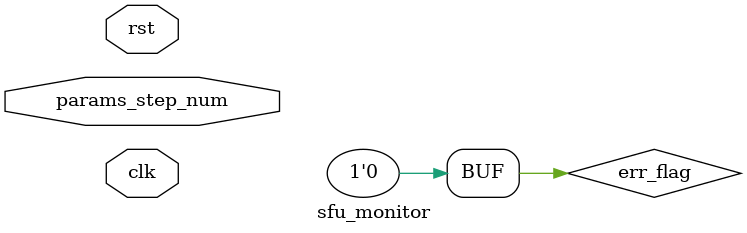
<source format=sv>



`define U_DUT_TOP tb.u_top.u0_dut_top.u0_dut_top
`define U_SFU_TOP `U_DUT_TOP.u5_sfu_top


module sfu_monitor #(
    parameter INPUT_LENGTH = 16,
    parameter NUM_CH       = 32
) (
    // Intputs
    input logic clk,
    input logic rst,
    input logic [7:0] params_step_num  // From u_top of top.v
);


  wire err_flag;


`ifdef COMP


//  wire                    sfu_gather_valid = `U_SFU_TOP.sfu_gather_valid;
//  wire [NUM_CH-1:0][15:0] sfu_gather_data = `U_SFU_TOP.sfu_gather_data;
//
//
//  sub_mon_param #(
//      .FILE("./E.txt"),
//      .ELEMENT_NUM(NUM_CH),
//      .ELEMENT_WIDTH(16)
//  ) u00_ln_result_mon (
//      .clk (clk),
//      .rst (rst),
//      .ivld(sfu_gather_valid),
//      .din (sfu_gather_data),
//      .step_num  (params_step_num)
//  );
//


  wire           		  sfu_o_valid  =     `U_DUT_TOP.u6_sfu_out_top.m_sfu_axis_tvalid && `U_DUT_TOP.u6_sfu_out_top.m_sfu_axis_tready   &&   (|(tb.u_top.u0_dut_top.u0_dut_top.u2_dma_top.u0_dma_ctrl_top.u1_rdma_ctrl_top.u0_rdma_ctrl.dma_rmode_reg[7:0]-8'd252)   ||  (tb.u_top.u0_dut_top.u0_dut_top.u13_cdma.params_cdma_mode[2:0]==1)     )      ;
  wire [NUM_CH-1:0][15:0] sfu_o_data = `U_DUT_TOP.u6_sfu_out_top.m_sfu_axis_tdata;

  sub_mon_param #(
      .FILE("./E.txt"),
      .ELEMENT_NUM(NUM_CH),
      .ELEMENT_WIDTH(16)
  ) u01_ln_out_mon (
      .clk (clk),
      .rst (rst),
      .ivld(sfu_o_valid),
      .din (sfu_o_data),
      .step_num  (params_step_num)
  );



  //assign err_flag = u00_ln_result_mon.err_flag || u01_ln_out_mon.err_flag;
  assign err_flag   = u01_ln_out_mon.err_flag;


`else

  assign err_flag = 1'b0;


`endif


  /////////////////////////////////////////////////////////////////////////////////////////////////////////////////////////////////////
  //wire 			 sfu_layernorm_input_valid = tb.u_top.u2_dma_top.u2_dma_dmux_top.u_rdma_dmux.sfu_write_valid0_wire;
  //wire [NUM_CH-1:0][15:0]  sfu_layernorm_input_data  = tb.u_top.u2_dma_top.u2_dma_dmux_top.u_rdma_dmux.sfu_write_data0_wire;

  //sub_mon_param #(.FILE("./layernorm_input.txt"), .ELEMENT_NUM(NUM_CH), .ELEMENT_WIDTH(16)) u01_ln_input_mon (.clk(clk), .rst(rst), .ivld(sfu_layernorm_input_valid), .din(sfu_layernorm_input_data));




endmodule


</source>
